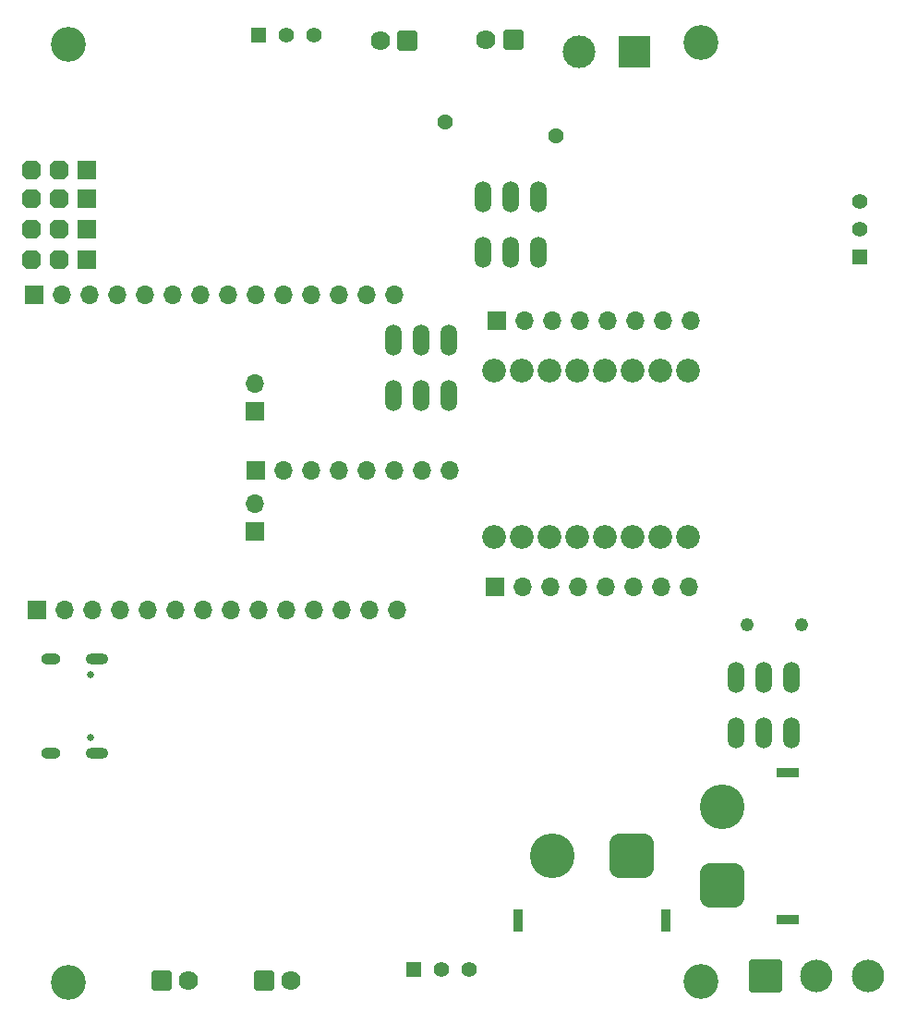
<source format=gbr>
%TF.GenerationSoftware,KiCad,Pcbnew,8.0.2*%
%TF.CreationDate,2024-05-19T21:43:39+05:30*%
%TF.ProjectId,Evoborne,45766f62-6f72-46e6-952e-6b696361645f,rev?*%
%TF.SameCoordinates,Original*%
%TF.FileFunction,Soldermask,Bot*%
%TF.FilePolarity,Negative*%
%FSLAX46Y46*%
G04 Gerber Fmt 4.6, Leading zero omitted, Abs format (unit mm)*
G04 Created by KiCad (PCBNEW 8.0.2) date 2024-05-19 21:43:39*
%MOMM*%
%LPD*%
G01*
G04 APERTURE LIST*
G04 Aperture macros list*
%AMRoundRect*
0 Rectangle with rounded corners*
0 $1 Rounding radius*
0 $2 $3 $4 $5 $6 $7 $8 $9 X,Y pos of 4 corners*
0 Add a 4 corners polygon primitive as box body*
4,1,4,$2,$3,$4,$5,$6,$7,$8,$9,$2,$3,0*
0 Add four circle primitives for the rounded corners*
1,1,$1+$1,$2,$3*
1,1,$1+$1,$4,$5*
1,1,$1+$1,$6,$7*
1,1,$1+$1,$8,$9*
0 Add four rect primitives between the rounded corners*
20,1,$1+$1,$2,$3,$4,$5,0*
20,1,$1+$1,$4,$5,$6,$7,0*
20,1,$1+$1,$6,$7,$8,$9,0*
20,1,$1+$1,$8,$9,$2,$3,0*%
%AMFreePoly0*
4,1,25,0.440719,0.844196,0.452842,0.833842,0.833842,0.452842,0.862349,0.396894,0.863600,0.381000,0.863600,-0.381000,0.844196,-0.440719,0.833842,-0.452842,0.452842,-0.833842,0.396894,-0.862349,0.381000,-0.863600,-0.381000,-0.863600,-0.440719,-0.844196,-0.452842,-0.833842,-0.833842,-0.452842,-0.862349,-0.396894,-0.863600,-0.381000,-0.863600,0.381000,-0.844196,0.440719,-0.833842,0.452842,
-0.452842,0.833842,-0.396894,0.862349,-0.381000,0.863600,0.381000,0.863600,0.440719,0.844196,0.440719,0.844196,$1*%
G04 Aperture macros list end*
%ADD10RoundRect,0.101600X-0.762000X0.762000X-0.762000X-0.762000X0.762000X-0.762000X0.762000X0.762000X0*%
%ADD11FreePoly0,270.000000*%
%ADD12R,1.700000X1.700000*%
%ADD13O,1.700000X1.700000*%
%ADD14RoundRect,0.102000X0.787500X0.787500X-0.787500X0.787500X-0.787500X-0.787500X0.787500X-0.787500X0*%
%ADD15C,1.779000*%
%ADD16RoundRect,0.102000X-0.609000X-0.609000X0.609000X-0.609000X0.609000X0.609000X-0.609000X0.609000X0*%
%ADD17C,1.422000*%
%ADD18C,3.200000*%
%ADD19O,1.524000X2.844800*%
%ADD20RoundRect,0.102000X-0.787500X-0.787500X0.787500X-0.787500X0.787500X0.787500X-0.787500X0.787500X0*%
%ADD21C,2.184000*%
%ADD22R,0.900000X2.000000*%
%ADD23RoundRect,1.025000X1.025000X1.025000X-1.025000X1.025000X-1.025000X-1.025000X1.025000X-1.025000X0*%
%ADD24C,4.100000*%
%ADD25RoundRect,0.102000X0.609000X-0.609000X0.609000X0.609000X-0.609000X0.609000X-0.609000X-0.609000X0*%
%ADD26C,1.432000*%
%ADD27R,3.000000X3.000000*%
%ADD28C,3.000000*%
%ADD29C,0.650000*%
%ADD30O,2.100000X1.000000*%
%ADD31O,1.800000X1.000000*%
%ADD32C,1.219000*%
%ADD33RoundRect,0.102000X-1.387500X-1.387500X1.387500X-1.387500X1.387500X1.387500X-1.387500X1.387500X0*%
%ADD34C,2.979000*%
%ADD35R,2.000000X0.900000*%
%ADD36RoundRect,1.025000X-1.025000X1.025000X-1.025000X-1.025000X1.025000X-1.025000X1.025000X1.025000X0*%
G04 APERTURE END LIST*
D10*
%TO.C,J6*%
X56640000Y-82580000D03*
D11*
X54100000Y-82580000D03*
X51560000Y-82580000D03*
%TD*%
D12*
%TO.C,J12*%
X94130000Y-115310000D03*
D13*
X96670000Y-115310000D03*
X99210000Y-115310000D03*
X101750000Y-115310000D03*
X104290000Y-115310000D03*
X106830000Y-115310000D03*
X109370000Y-115310000D03*
X111910000Y-115310000D03*
%TD*%
D10*
%TO.C,J5*%
X56700000Y-85330000D03*
D11*
X54160000Y-85330000D03*
X51620000Y-85330000D03*
%TD*%
D14*
%TO.C,J4*%
X86086000Y-65261000D03*
D15*
X83586000Y-65261000D03*
%TD*%
D12*
%TO.C,J17*%
X51890000Y-88590000D03*
D13*
X54430000Y-88590000D03*
X56970000Y-88590000D03*
X59510000Y-88590000D03*
X62050000Y-88590000D03*
X64590000Y-88590000D03*
X67130000Y-88590000D03*
X69670000Y-88590000D03*
X72210000Y-88590000D03*
X74750000Y-88590000D03*
X77290000Y-88590000D03*
X79830000Y-88590000D03*
X82370000Y-88590000D03*
X84910000Y-88590000D03*
%TD*%
D12*
%TO.C,J11*%
X94270000Y-90910000D03*
D13*
X96810000Y-90910000D03*
X99350000Y-90910000D03*
X101890000Y-90910000D03*
X104430000Y-90910000D03*
X106970000Y-90910000D03*
X109510000Y-90910000D03*
X112050000Y-90910000D03*
%TD*%
D16*
%TO.C,R6*%
X72390000Y-64770000D03*
D17*
X74930000Y-64770000D03*
X77470000Y-64770000D03*
%TD*%
D12*
%TO.C,J15*%
X72136000Y-104648000D03*
D13*
X74676000Y-104648000D03*
X77216000Y-104648000D03*
X79756000Y-104648000D03*
X82296000Y-104648000D03*
X84836000Y-104648000D03*
X87376000Y-104648000D03*
X89916000Y-104648000D03*
%TD*%
D18*
%TO.C,H2*%
X54980000Y-65620000D03*
%TD*%
D10*
%TO.C,J8*%
X56650000Y-77120000D03*
D11*
X54110000Y-77120000D03*
X51570000Y-77120000D03*
%TD*%
D19*
%TO.C,SW3*%
X84770000Y-92710000D03*
X87310000Y-92710000D03*
X89850000Y-92710000D03*
X84770000Y-97790000D03*
X87310000Y-97790000D03*
X89850000Y-97790000D03*
%TD*%
D12*
%TO.C,J18*%
X72070000Y-110225000D03*
D13*
X72070000Y-107685000D03*
%TD*%
D18*
%TO.C,H3*%
X113020000Y-65430000D03*
%TD*%
D10*
%TO.C,J7*%
X56710000Y-79800000D03*
D11*
X54170000Y-79800000D03*
X51630000Y-79800000D03*
%TD*%
D19*
%TO.C,SW2*%
X121260000Y-128680000D03*
X118720000Y-128680000D03*
X116180000Y-128680000D03*
X121260000Y-123600000D03*
X118720000Y-123600000D03*
X116180000Y-123600000D03*
%TD*%
D20*
%TO.C,J1*%
X63520000Y-151384000D03*
D15*
X66020000Y-151384000D03*
%TD*%
D20*
%TO.C,J2*%
X72918000Y-151401000D03*
D15*
X75418000Y-151401000D03*
%TD*%
D21*
%TO.C,U1*%
X93990000Y-110740000D03*
X96530000Y-110740000D03*
X99070000Y-110740000D03*
X101610000Y-110740000D03*
X104150000Y-110740000D03*
X106690000Y-110740000D03*
X109230000Y-110740000D03*
X111770000Y-110740000D03*
X111770000Y-95500000D03*
X109230000Y-95500000D03*
X106690000Y-95500000D03*
X104150000Y-95500000D03*
X101610000Y-95500000D03*
X99070000Y-95500000D03*
X96530000Y-95500000D03*
X93990000Y-95500000D03*
%TD*%
D12*
%TO.C,J16*%
X52120000Y-117450000D03*
D13*
X54660000Y-117450000D03*
X57200000Y-117450000D03*
X59740000Y-117450000D03*
X62280000Y-117450000D03*
X64820000Y-117450000D03*
X67360000Y-117450000D03*
X69900000Y-117450000D03*
X72440000Y-117450000D03*
X74980000Y-117450000D03*
X77520000Y-117450000D03*
X80060000Y-117450000D03*
X82600000Y-117450000D03*
X85140000Y-117450000D03*
%TD*%
D22*
%TO.C,J9*%
X109740000Y-145940000D03*
X96240000Y-145940000D03*
D23*
X106590000Y-139940000D03*
D24*
X99390000Y-139940000D03*
%TD*%
D25*
%TO.C,R7*%
X127508000Y-85090000D03*
D17*
X127508000Y-82550000D03*
X127508000Y-80010000D03*
%TD*%
D26*
%TO.C,F2*%
X89535000Y-72720000D03*
X99685000Y-74020000D03*
%TD*%
D12*
%TO.C,J19*%
X72090000Y-99285000D03*
D13*
X72090000Y-96745000D03*
%TD*%
D27*
%TO.C,J13*%
X106860000Y-66290000D03*
D28*
X101780000Y-66290000D03*
%TD*%
D16*
%TO.C,R5*%
X86614000Y-150368000D03*
D17*
X89154000Y-150368000D03*
X91694000Y-150368000D03*
%TD*%
D29*
%TO.C,J14*%
X57055000Y-123380000D03*
X57055000Y-129160000D03*
D30*
X57575000Y-121950000D03*
D31*
X53375000Y-121950000D03*
D30*
X57575000Y-130590000D03*
D31*
X53375000Y-130590000D03*
%TD*%
D18*
%TO.C,H4*%
X55010000Y-151550000D03*
%TD*%
%TO.C,H1*%
X113010000Y-151450000D03*
%TD*%
D32*
%TO.C,F1*%
X122245000Y-118830000D03*
X117195000Y-118830000D03*
%TD*%
D19*
%TO.C,SW4*%
X93000000Y-79630000D03*
X95540000Y-79630000D03*
X98080000Y-79630000D03*
X93000000Y-84710000D03*
X95540000Y-84710000D03*
X98080000Y-84710000D03*
%TD*%
D33*
%TO.C,SW_1*%
X118870000Y-150940000D03*
D34*
X123570000Y-150940000D03*
X128270000Y-150940000D03*
%TD*%
D14*
%TO.C,J3*%
X95758000Y-65244000D03*
D15*
X93258000Y-65244000D03*
%TD*%
D35*
%TO.C,J10*%
X120940000Y-132330000D03*
X120940000Y-145830000D03*
D36*
X114940000Y-142680000D03*
D24*
X114940000Y-135480000D03*
%TD*%
M02*

</source>
